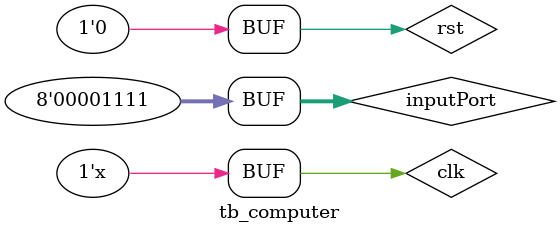
<source format=v>
`timescale 1ns / 1ps


module tb_computer;

	// Inputs
	reg clk;
	reg rst;
	reg [7:0] inputPort;

	// Outputs
	wire [7:0] outputPort;

	// Instantiate the Unit Under Test (UUT)
	computer uut (
		.clk(clk), 
		.rst(rst), 
		.inputPort(inputPort), 
		.outputPort(outputPort)
	);

	initial begin
		// Initialize Inputs
		clk = 0;
		rst = 0;
		inputPort = 4'hF;
        

		// Wait 100 ns for global reset to finish
		#100;
        rst = 1;
        #50;
        rst = 0;
        
		// Add stimulus here

	end
    
    always begin
        #25 clk = ~clk;
    end
      
endmodule


</source>
